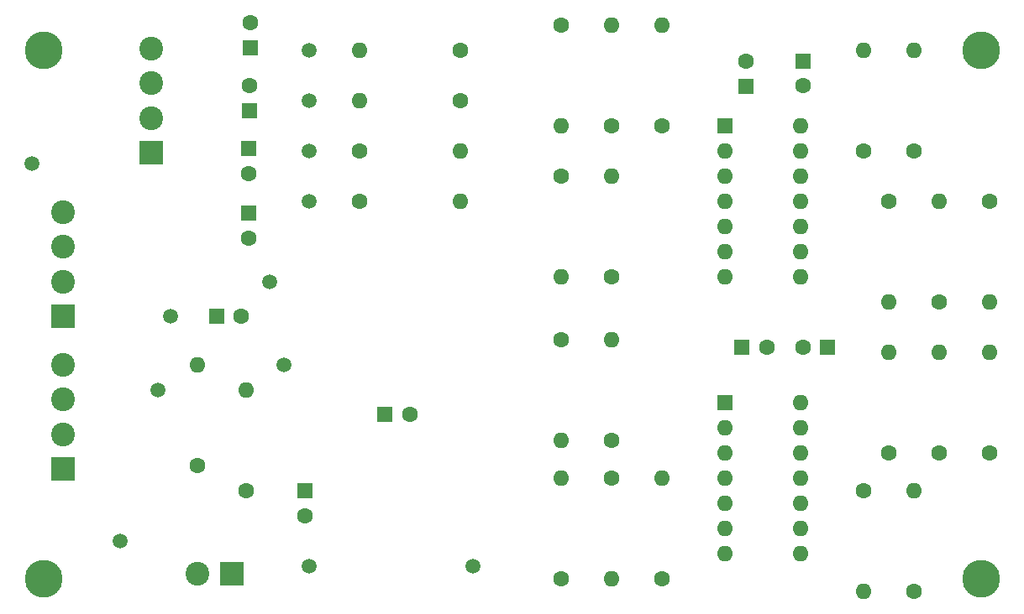
<source format=gbr>
%TF.GenerationSoftware,KiCad,Pcbnew,(6.0.2)*%
%TF.CreationDate,2022-03-03T16:36:36-08:00*%
%TF.ProjectId,PAMonitorV3,50414d6f-6e69-4746-9f72-56332e6b6963,rev?*%
%TF.SameCoordinates,Original*%
%TF.FileFunction,Soldermask,Top*%
%TF.FilePolarity,Negative*%
%FSLAX46Y46*%
G04 Gerber Fmt 4.6, Leading zero omitted, Abs format (unit mm)*
G04 Created by KiCad (PCBNEW (6.0.2)) date 2022-03-03 16:36:36*
%MOMM*%
%LPD*%
G01*
G04 APERTURE LIST*
%ADD10R,1.600000X1.600000*%
%ADD11C,1.600000*%
%ADD12O,1.600000X1.600000*%
%ADD13C,3.800000*%
%ADD14C,1.500000*%
%ADD15R,2.400000X2.400000*%
%ADD16C,2.400000*%
G04 APERTURE END LIST*
D10*
%TO.C,C11*%
X89713631Y-120810000D03*
D11*
X92213631Y-120810000D03*
%TD*%
%TO.C,C10*%
X148844000Y-97560888D03*
D10*
X148844000Y-95060888D03*
%TD*%
%TO.C,C9*%
X143129000Y-97598113D03*
D11*
X143129000Y-95098113D03*
%TD*%
D10*
%TO.C,C8*%
X151319113Y-123952000D03*
D11*
X148819113Y-123952000D03*
%TD*%
D10*
%TO.C,C7*%
X142685888Y-123952000D03*
D11*
X145185888Y-123952000D03*
%TD*%
D10*
%TO.C,C6*%
X93050000Y-100046369D03*
D11*
X93050000Y-97546369D03*
%TD*%
D10*
%TO.C,C5*%
X93100000Y-93686369D03*
D11*
X93100000Y-91186369D03*
%TD*%
D10*
%TO.C,C4*%
X92960000Y-103873631D03*
D11*
X92960000Y-106373631D03*
%TD*%
D10*
%TO.C,C3*%
X93000000Y-110423631D03*
D11*
X93000000Y-112923631D03*
%TD*%
D10*
%TO.C,C2*%
X106713631Y-130750000D03*
D11*
X109213631Y-130750000D03*
%TD*%
D10*
%TO.C,C1*%
X98610000Y-138433631D03*
D11*
X98610000Y-140933631D03*
%TD*%
%TO.C,R8*%
X124460000Y-147320000D03*
D12*
X124460000Y-137160000D03*
%TD*%
D11*
%TO.C,R24*%
X167640000Y-109220000D03*
D12*
X167640000Y-119380000D03*
%TD*%
D11*
%TO.C,R4*%
X124460000Y-123190000D03*
D12*
X124460000Y-133350000D03*
%TD*%
D11*
%TO.C,R14*%
X134620000Y-101600000D03*
D12*
X134620000Y-91440000D03*
%TD*%
D11*
%TO.C,R6*%
X157480000Y-134620000D03*
D12*
X157480000Y-124460000D03*
%TD*%
D13*
%TO.C,H2*%
X166814000Y-93980000D03*
%TD*%
D11*
%TO.C,R11*%
X154940000Y-104140000D03*
D12*
X154940000Y-93980000D03*
%TD*%
D10*
%TO.C,U1*%
X140980000Y-129535000D03*
D12*
X140980000Y-132075000D03*
X140980000Y-134615000D03*
X140980000Y-137155000D03*
X140980000Y-139695000D03*
X140980000Y-142235000D03*
X140980000Y-144775000D03*
X148600000Y-144775000D03*
X148600000Y-142235000D03*
X148600000Y-139695000D03*
X148600000Y-137155000D03*
X148600000Y-134615000D03*
X148600000Y-132075000D03*
X148600000Y-129535000D03*
%TD*%
D13*
%TO.C,H3*%
X72313800Y-147320000D03*
%TD*%
D14*
%TO.C,TP4*%
X80010000Y-143510000D03*
%TD*%
D15*
%TO.C,J1*%
X74230000Y-120820000D03*
D16*
X74230000Y-117320000D03*
X74230000Y-113820000D03*
X74230000Y-110320000D03*
%TD*%
D11*
%TO.C,R16*%
X124460000Y-106680000D03*
D12*
X124460000Y-116840000D03*
%TD*%
D11*
%TO.C,R23*%
X162560000Y-119380000D03*
D12*
X162560000Y-109220000D03*
%TD*%
D11*
%TO.C,R15*%
X157480000Y-109220000D03*
D12*
X157480000Y-119380000D03*
%TD*%
D11*
%TO.C,R10*%
X160020000Y-104140000D03*
D12*
X160020000Y-93980000D03*
%TD*%
D11*
%TO.C,R17*%
X129540000Y-101600000D03*
D12*
X129540000Y-91440000D03*
%TD*%
D11*
%TO.C,R1*%
X167640000Y-134620000D03*
D12*
X167640000Y-124460000D03*
%TD*%
D15*
%TO.C,J3*%
X83120000Y-104310000D03*
D16*
X83120000Y-100810000D03*
X83120000Y-97310000D03*
X83120000Y-93810000D03*
%TD*%
D11*
%TO.C,R12*%
X129540000Y-116840000D03*
D12*
X129540000Y-106680000D03*
%TD*%
D11*
%TO.C,R22*%
X104140000Y-104140000D03*
D12*
X114300000Y-104140000D03*
%TD*%
D11*
%TO.C,R5*%
X129540000Y-133350000D03*
D12*
X129540000Y-123190000D03*
%TD*%
D14*
%TO.C,TP8*%
X99060000Y-109220000D03*
%TD*%
D11*
%TO.C,R26*%
X154940000Y-138430000D03*
D12*
X154940000Y-148590000D03*
%TD*%
D14*
%TO.C,TP5*%
X99060000Y-93980000D03*
%TD*%
%TO.C,TP3*%
X95123000Y-117348000D03*
%TD*%
%TO.C,TP1*%
X83820000Y-128270000D03*
%TD*%
%TO.C,TP9*%
X115570000Y-146050000D03*
%TD*%
D10*
%TO.C,U2*%
X140980000Y-101595000D03*
D12*
X140980000Y-104135000D03*
X140980000Y-106675000D03*
X140980000Y-109215000D03*
X140980000Y-111755000D03*
X140980000Y-114295000D03*
X140980000Y-116835000D03*
X148600000Y-116835000D03*
X148600000Y-114295000D03*
X148600000Y-111755000D03*
X148600000Y-109215000D03*
X148600000Y-106675000D03*
X148600000Y-104135000D03*
X148600000Y-101595000D03*
%TD*%
D14*
%TO.C,TP2*%
X96520000Y-125730000D03*
%TD*%
%TO.C,TP7*%
X99060000Y-104140000D03*
%TD*%
D13*
%TO.C,H4*%
X166814000Y-147320000D03*
%TD*%
D11*
%TO.C,R3*%
X129540000Y-137160000D03*
D12*
X129540000Y-147320000D03*
%TD*%
D15*
%TO.C,J2*%
X74230000Y-136212400D03*
D16*
X74230000Y-132712400D03*
X74230000Y-129212400D03*
X74230000Y-125712400D03*
%TD*%
D14*
%TO.C,TP12*%
X99060000Y-146050000D03*
%TD*%
D15*
%TO.C,J4*%
X91300000Y-146800000D03*
D16*
X87800000Y-146800000D03*
%TD*%
D11*
%TO.C,R20*%
X87782400Y-135890000D03*
D12*
X87782400Y-125730000D03*
%TD*%
D11*
%TO.C,R7*%
X114300000Y-93980000D03*
D12*
X104140000Y-93980000D03*
%TD*%
D13*
%TO.C,H1*%
X72313800Y-93980000D03*
%TD*%
D11*
%TO.C,R25*%
X160020000Y-148590000D03*
D12*
X160020000Y-138430000D03*
%TD*%
D11*
%TO.C,R2*%
X162560000Y-134620000D03*
D12*
X162560000Y-124460000D03*
%TD*%
D11*
%TO.C,R21*%
X104140000Y-109220000D03*
D12*
X114300000Y-109220000D03*
%TD*%
D14*
%TO.C,TP11*%
X85090000Y-120825000D03*
%TD*%
D11*
%TO.C,R9*%
X134620000Y-147320000D03*
D12*
X134620000Y-137160000D03*
%TD*%
D14*
%TO.C,TP10*%
X71120000Y-105410000D03*
%TD*%
D11*
%TO.C,R13*%
X124460000Y-91440000D03*
D12*
X124460000Y-101600000D03*
%TD*%
D11*
%TO.C,R19*%
X92710000Y-138430000D03*
D12*
X92710000Y-128270000D03*
%TD*%
D14*
%TO.C,TP6*%
X99060000Y-99060000D03*
%TD*%
D11*
%TO.C,R18*%
X114300000Y-99060000D03*
D12*
X104140000Y-99060000D03*
%TD*%
M02*

</source>
